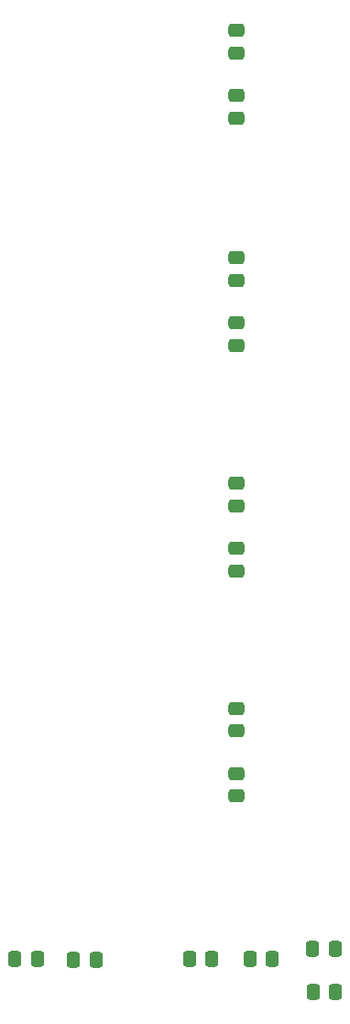
<source format=gtp>
G04 #@! TF.GenerationSoftware,KiCad,Pcbnew,(6.0.4)*
G04 #@! TF.CreationDate,2023-11-12T14:03:14+01:00*
G04 #@! TF.ProjectId,Mixer_BACK,4d697865-725f-4424-9143-4b2e6b696361,rev?*
G04 #@! TF.SameCoordinates,Original*
G04 #@! TF.FileFunction,Paste,Top*
G04 #@! TF.FilePolarity,Positive*
%FSLAX46Y46*%
G04 Gerber Fmt 4.6, Leading zero omitted, Abs format (unit mm)*
G04 Created by KiCad (PCBNEW (6.0.4)) date 2023-11-12 14:03:14*
%MOMM*%
%LPD*%
G01*
G04 APERTURE LIST*
G04 Aperture macros list*
%AMRoundRect*
0 Rectangle with rounded corners*
0 $1 Rounding radius*
0 $2 $3 $4 $5 $6 $7 $8 $9 X,Y pos of 4 corners*
0 Add a 4 corners polygon primitive as box body*
4,1,4,$2,$3,$4,$5,$6,$7,$8,$9,$2,$3,0*
0 Add four circle primitives for the rounded corners*
1,1,$1+$1,$2,$3*
1,1,$1+$1,$4,$5*
1,1,$1+$1,$6,$7*
1,1,$1+$1,$8,$9*
0 Add four rect primitives between the rounded corners*
20,1,$1+$1,$2,$3,$4,$5,0*
20,1,$1+$1,$4,$5,$6,$7,0*
20,1,$1+$1,$6,$7,$8,$9,0*
20,1,$1+$1,$8,$9,$2,$3,0*%
G04 Aperture macros list end*
%ADD10RoundRect,0.250000X-0.475000X0.337500X-0.475000X-0.337500X0.475000X-0.337500X0.475000X0.337500X0*%
%ADD11RoundRect,0.250000X0.475000X-0.337500X0.475000X0.337500X-0.475000X0.337500X-0.475000X-0.337500X0*%
%ADD12RoundRect,0.250000X0.337500X0.475000X-0.337500X0.475000X-0.337500X-0.475000X0.337500X-0.475000X0*%
%ADD13RoundRect,0.250000X-0.337500X-0.475000X0.337500X-0.475000X0.337500X0.475000X-0.337500X0.475000X0*%
G04 APERTURE END LIST*
D10*
X111860000Y-78212500D03*
X111860000Y-80287500D03*
X111860000Y-113822500D03*
X111860000Y-115897500D03*
D11*
X111860000Y-53287500D03*
X111860000Y-51212500D03*
D12*
X121000000Y-136000000D03*
X118925000Y-136000000D03*
D10*
X111860000Y-99062500D03*
X111860000Y-101137500D03*
D13*
X91389572Y-136994888D03*
X93464572Y-136994888D03*
X96809018Y-137011512D03*
X98884018Y-137011512D03*
D10*
X111860000Y-93062500D03*
X111860000Y-95137500D03*
X111860000Y-119822500D03*
X111860000Y-121897500D03*
X111860000Y-57212500D03*
X111860000Y-59287500D03*
D13*
X107548165Y-136994888D03*
X109623165Y-136994888D03*
X113110420Y-136994888D03*
X115185420Y-136994888D03*
X118962500Y-140000000D03*
X121037500Y-140000000D03*
D10*
X111860000Y-72212500D03*
X111860000Y-74287500D03*
M02*

</source>
